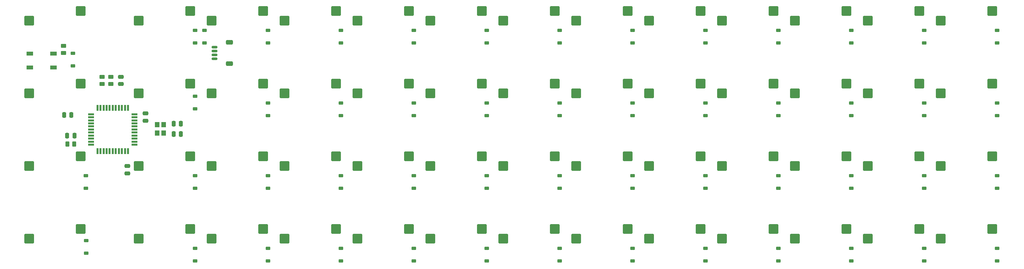
<source format=gbr>
%TF.GenerationSoftware,KiCad,Pcbnew,7.0.1-0*%
%TF.CreationDate,2023-08-02T22:09:24-05:00*%
%TF.ProjectId,pcb,7063622e-6b69-4636-9164-5f7063625858,rev?*%
%TF.SameCoordinates,Original*%
%TF.FileFunction,Paste,Bot*%
%TF.FilePolarity,Positive*%
%FSLAX46Y46*%
G04 Gerber Fmt 4.6, Leading zero omitted, Abs format (unit mm)*
G04 Created by KiCad (PCBNEW 7.0.1-0) date 2023-08-02 22:09:24*
%MOMM*%
%LPD*%
G01*
G04 APERTURE LIST*
G04 Aperture macros list*
%AMRoundRect*
0 Rectangle with rounded corners*
0 $1 Rounding radius*
0 $2 $3 $4 $5 $6 $7 $8 $9 X,Y pos of 4 corners*
0 Add a 4 corners polygon primitive as box body*
4,1,4,$2,$3,$4,$5,$6,$7,$8,$9,$2,$3,0*
0 Add four circle primitives for the rounded corners*
1,1,$1+$1,$2,$3*
1,1,$1+$1,$4,$5*
1,1,$1+$1,$6,$7*
1,1,$1+$1,$8,$9*
0 Add four rect primitives between the rounded corners*
20,1,$1+$1,$2,$3,$4,$5,0*
20,1,$1+$1,$4,$5,$6,$7,0*
20,1,$1+$1,$6,$7,$8,$9,0*
20,1,$1+$1,$8,$9,$2,$3,0*%
G04 Aperture macros list end*
%ADD10RoundRect,0.225000X0.375000X-0.225000X0.375000X0.225000X-0.375000X0.225000X-0.375000X-0.225000X0*%
%ADD11RoundRect,0.250000X-0.475000X0.250000X-0.475000X-0.250000X0.475000X-0.250000X0.475000X0.250000X0*%
%ADD12RoundRect,0.250000X-0.450000X0.262500X-0.450000X-0.262500X0.450000X-0.262500X0.450000X0.262500X0*%
%ADD13RoundRect,0.250000X1.025000X1.000000X-1.025000X1.000000X-1.025000X-1.000000X1.025000X-1.000000X0*%
%ADD14RoundRect,0.250000X-0.250000X-0.475000X0.250000X-0.475000X0.250000X0.475000X-0.250000X0.475000X0*%
%ADD15RoundRect,0.250000X0.450000X-0.262500X0.450000X0.262500X-0.450000X0.262500X-0.450000X-0.262500X0*%
%ADD16RoundRect,0.250000X0.250000X0.475000X-0.250000X0.475000X-0.250000X-0.475000X0.250000X-0.475000X0*%
%ADD17R,1.200000X1.400000*%
%ADD18RoundRect,0.250000X0.475000X-0.250000X0.475000X0.250000X-0.475000X0.250000X-0.475000X-0.250000X0*%
%ADD19RoundRect,0.150000X-0.625000X0.150000X-0.625000X-0.150000X0.625000X-0.150000X0.625000X0.150000X0*%
%ADD20RoundRect,0.250000X-0.650000X0.350000X-0.650000X-0.350000X0.650000X-0.350000X0.650000X0.350000X0*%
%ADD21RoundRect,0.250000X-0.262500X-0.450000X0.262500X-0.450000X0.262500X0.450000X-0.262500X0.450000X0*%
%ADD22R,0.550000X1.500000*%
%ADD23R,1.500000X0.550000*%
%ADD24R,1.800000X1.100000*%
G04 APERTURE END LIST*
D10*
%TO.C,D7*%
X163368756Y-33075000D03*
X163368756Y-29775000D03*
%TD*%
D11*
%TO.C,C4*%
X55175000Y-51550000D03*
X55175000Y-53450000D03*
%TD*%
D12*
%TO.C,RSW1*%
X33737496Y-33837500D03*
X33737496Y-35662500D03*
%TD*%
D10*
%TO.C,D8*%
X182418756Y-33075000D03*
X182418756Y-29775000D03*
%TD*%
%TO.C,D14*%
X36187496Y-39050000D03*
X36187496Y-35750000D03*
%TD*%
D13*
%TO.C,MX42*%
X72411942Y-84375698D03*
X85861942Y-81835698D03*
%TD*%
D10*
%TO.C,D35*%
X201468756Y-71200000D03*
X201468756Y-67900000D03*
%TD*%
%TO.C,D11*%
X239568756Y-33075000D03*
X239568756Y-29775000D03*
%TD*%
D12*
%TO.C,R3*%
X46075000Y-41962500D03*
X46075000Y-43787500D03*
%TD*%
D13*
%TO.C,MX9*%
X186712038Y-27225650D03*
X200162038Y-24685650D03*
%TD*%
%TO.C,MX3*%
X72411942Y-27225650D03*
X85861942Y-24685650D03*
%TD*%
D10*
%TO.C,D39*%
X277700000Y-71200000D03*
X277700000Y-67900000D03*
%TD*%
D13*
%TO.C,MX41*%
X53361926Y-84375698D03*
X66811926Y-81835698D03*
%TD*%
%TO.C,MX25*%
X243862086Y-46275666D03*
X257312086Y-43735666D03*
%TD*%
%TO.C,MX22*%
X186712038Y-46275666D03*
X200162038Y-43735666D03*
%TD*%
%TO.C,MX49*%
X205762054Y-84375698D03*
X219212054Y-81835698D03*
%TD*%
D10*
%TO.C,D46*%
X163368756Y-90200000D03*
X163368756Y-86900000D03*
%TD*%
%TO.C,D40*%
X39662496Y-88200000D03*
X39662496Y-84900000D03*
%TD*%
D13*
%TO.C,MX10*%
X205762054Y-27225650D03*
X219212054Y-24685650D03*
%TD*%
D14*
%TO.C,CX1*%
X62500000Y-54200000D03*
X64400000Y-54200000D03*
%TD*%
D15*
%TO.C,R2*%
X43775000Y-43787500D03*
X43775000Y-41962500D03*
%TD*%
D16*
%TO.C,C1*%
X35787496Y-51925000D03*
X33887496Y-51925000D03*
%TD*%
D10*
%TO.C,D4*%
X106218756Y-33075000D03*
X106218756Y-29775000D03*
%TD*%
D17*
%TO.C,Y1*%
X59900000Y-54475000D03*
X59900000Y-56675000D03*
X58200000Y-56675000D03*
X58200000Y-54475000D03*
%TD*%
D16*
%TO.C,C2*%
X36600000Y-57375000D03*
X34700000Y-57375000D03*
%TD*%
D13*
%TO.C,MX19*%
X129561990Y-46275666D03*
X143011990Y-43735666D03*
%TD*%
D10*
%TO.C,D29*%
X87168756Y-71200000D03*
X87168756Y-67900000D03*
%TD*%
D13*
%TO.C,MX21*%
X167662022Y-46275666D03*
X181112022Y-43735666D03*
%TD*%
D10*
%TO.C,D24*%
X239568756Y-52125000D03*
X239568756Y-48825000D03*
%TD*%
%TO.C,D31*%
X125268756Y-71200000D03*
X125268756Y-67900000D03*
%TD*%
%TO.C,D45*%
X144318756Y-90200000D03*
X144318756Y-86900000D03*
%TD*%
%TO.C,D16*%
X87168756Y-52125000D03*
X87168756Y-48825000D03*
%TD*%
%TO.C,D41*%
X68118756Y-90200000D03*
X68118756Y-86900000D03*
%TD*%
D13*
%TO.C,MX16*%
X72411942Y-46275666D03*
X85861942Y-43735666D03*
%TD*%
D10*
%TO.C,D13*%
X277675000Y-33075000D03*
X277675000Y-29775000D03*
%TD*%
D13*
%TO.C,MX32*%
X129561990Y-65325682D03*
X143011990Y-62785682D03*
%TD*%
D10*
%TO.C,D49*%
X220518756Y-90200000D03*
X220518756Y-86900000D03*
%TD*%
D13*
%TO.C,MX8*%
X167662022Y-27225650D03*
X181112022Y-24685650D03*
%TD*%
D10*
%TO.C,D51*%
X258625000Y-90200000D03*
X258625000Y-86900000D03*
%TD*%
%TO.C,D50*%
X239568756Y-90200000D03*
X239568756Y-86900000D03*
%TD*%
D18*
%TO.C,C5*%
X48700000Y-43825000D03*
X48700000Y-41925000D03*
%TD*%
D10*
%TO.C,D52*%
X277668748Y-90200000D03*
X277668748Y-86900000D03*
%TD*%
D13*
%TO.C,MX33*%
X148612006Y-65325682D03*
X162062006Y-62785682D03*
%TD*%
D10*
%TO.C,D37*%
X239568756Y-71200000D03*
X239568756Y-67900000D03*
%TD*%
%TO.C,D3*%
X87168756Y-33075000D03*
X87168756Y-29775000D03*
%TD*%
D11*
%TO.C,C3*%
X50450000Y-65350000D03*
X50450000Y-67250000D03*
%TD*%
D13*
%TO.C,MX37*%
X224812070Y-65325682D03*
X238262070Y-62785682D03*
%TD*%
D10*
%TO.C,D18*%
X125268756Y-52125000D03*
X125268756Y-48825000D03*
%TD*%
%TO.C,D28*%
X68118756Y-71200000D03*
X68118756Y-67900000D03*
%TD*%
D13*
%TO.C,MX34*%
X167662022Y-65325682D03*
X181112022Y-62785682D03*
%TD*%
%TO.C,MX28*%
X53361926Y-65325682D03*
X66811926Y-62785682D03*
%TD*%
%TO.C,MX47*%
X167662022Y-84375698D03*
X181112022Y-81835698D03*
%TD*%
D10*
%TO.C,D32*%
X144318756Y-71200000D03*
X144318756Y-67900000D03*
%TD*%
D13*
%TO.C,MX45*%
X129561990Y-84375698D03*
X143011990Y-81835698D03*
%TD*%
D10*
%TO.C,D5*%
X125268756Y-33075000D03*
X125268756Y-29775000D03*
%TD*%
D13*
%TO.C,MX4*%
X91461958Y-27225650D03*
X104911958Y-24685650D03*
%TD*%
D10*
%TO.C,D27*%
X39543748Y-71200000D03*
X39543748Y-67900000D03*
%TD*%
D13*
%TO.C,MX29*%
X72411942Y-65325682D03*
X85861942Y-62785682D03*
%TD*%
%TO.C,MX7*%
X148612006Y-27225650D03*
X162062006Y-24685650D03*
%TD*%
D10*
%TO.C,D48*%
X201468756Y-90200000D03*
X201468756Y-86900000D03*
%TD*%
%TO.C,D34*%
X182418756Y-71200000D03*
X182418756Y-67900000D03*
%TD*%
D13*
%TO.C,MX18*%
X110511974Y-46275666D03*
X123961974Y-43735666D03*
%TD*%
D10*
%TO.C,D20*%
X163368756Y-52125000D03*
X163368756Y-48825000D03*
%TD*%
D13*
%TO.C,MX39*%
X262912102Y-65325682D03*
X276362102Y-62785682D03*
%TD*%
D19*
%TO.C,J3*%
X73175000Y-34175000D03*
X73175000Y-35175000D03*
X73175000Y-36175000D03*
X73175000Y-37175000D03*
D20*
X77050000Y-32875000D03*
X77050000Y-38475000D03*
%TD*%
D13*
%TO.C,MX24*%
X224812070Y-46275666D03*
X238262070Y-43735666D03*
%TD*%
D10*
%TO.C,D19*%
X144318756Y-52125000D03*
X144318756Y-48825000D03*
%TD*%
D13*
%TO.C,MX43*%
X91461958Y-84375698D03*
X104911958Y-81835698D03*
%TD*%
%TO.C,MX13*%
X262912102Y-27225650D03*
X276362102Y-24685650D03*
%TD*%
%TO.C,MX6*%
X129561990Y-27225650D03*
X143011990Y-24685650D03*
%TD*%
%TO.C,MX36*%
X205762054Y-65325682D03*
X219212054Y-62785682D03*
%TD*%
D21*
%TO.C,R1*%
X34737500Y-59575000D03*
X36562500Y-59575000D03*
%TD*%
D10*
%TO.C,D6*%
X144318756Y-33075000D03*
X144318756Y-29775000D03*
%TD*%
D13*
%TO.C,MX30*%
X91461958Y-65325682D03*
X104911958Y-62785682D03*
%TD*%
D10*
%TO.C,D12*%
X258625000Y-33075000D03*
X258625000Y-29775000D03*
%TD*%
%TO.C,D30*%
X106218756Y-71200000D03*
X106218756Y-67900000D03*
%TD*%
%TO.C,D2*%
X68113756Y-33075000D03*
X68113756Y-29775000D03*
%TD*%
D14*
%TO.C,CX2*%
X62500000Y-56900000D03*
X64400000Y-56900000D03*
%TD*%
D13*
%TO.C,MX35*%
X186712038Y-65325682D03*
X200162038Y-62785682D03*
%TD*%
%TO.C,MX15*%
X53361926Y-46275666D03*
X66811926Y-43735666D03*
%TD*%
%TO.C,MX48*%
X186712038Y-84375698D03*
X200162038Y-81835698D03*
%TD*%
D10*
%TO.C,D33*%
X163368756Y-71200000D03*
X163368756Y-67900000D03*
%TD*%
D13*
%TO.C,MX31*%
X110511974Y-65325682D03*
X123961974Y-62785682D03*
%TD*%
D10*
%TO.C,D22*%
X201468756Y-52125000D03*
X201468756Y-48825000D03*
%TD*%
D13*
%TO.C,MX17*%
X91461958Y-46275666D03*
X104911958Y-43735666D03*
%TD*%
D10*
%TO.C,D36*%
X220518756Y-71200000D03*
X220518756Y-67900000D03*
%TD*%
D13*
%TO.C,MX51*%
X243862086Y-84375698D03*
X257312086Y-81835698D03*
%TD*%
D22*
%TO.C,U1*%
X42600000Y-50050000D03*
X43400000Y-50050000D03*
X44200000Y-50050000D03*
X45000000Y-50050000D03*
X45800000Y-50050000D03*
X46600000Y-50050000D03*
X47400000Y-50050000D03*
X48200000Y-50050000D03*
X49000000Y-50050000D03*
X49800000Y-50050000D03*
X50600000Y-50050000D03*
D23*
X52300000Y-51750000D03*
X52300000Y-52550000D03*
X52300000Y-53350000D03*
X52300000Y-54150000D03*
X52300000Y-54950000D03*
X52300000Y-55750000D03*
X52300000Y-56550000D03*
X52300000Y-57350000D03*
X52300000Y-58150000D03*
X52300000Y-58950000D03*
X52300000Y-59750000D03*
D22*
X50600000Y-61450000D03*
X49800000Y-61450000D03*
X49000000Y-61450000D03*
X48200000Y-61450000D03*
X47400000Y-61450000D03*
X46600000Y-61450000D03*
X45800000Y-61450000D03*
X45000000Y-61450000D03*
X44200000Y-61450000D03*
X43400000Y-61450000D03*
X42600000Y-61450000D03*
D23*
X40900000Y-59750000D03*
X40900000Y-58950000D03*
X40900000Y-58150000D03*
X40900000Y-57350000D03*
X40900000Y-56550000D03*
X40900000Y-55750000D03*
X40900000Y-54950000D03*
X40900000Y-54150000D03*
X40900000Y-53350000D03*
X40900000Y-52550000D03*
X40900000Y-51750000D03*
%TD*%
D13*
%TO.C,MX44*%
X110511974Y-84375698D03*
X123961974Y-81835698D03*
%TD*%
%TO.C,MX27*%
X24786902Y-65325682D03*
X38236902Y-62785682D03*
%TD*%
%TO.C,MX40*%
X24786902Y-84375698D03*
X38236902Y-81835698D03*
%TD*%
%TO.C,MX12*%
X243862086Y-27225650D03*
X257312086Y-24685650D03*
%TD*%
D10*
%TO.C,D43*%
X106218756Y-90200000D03*
X106218756Y-86900000D03*
%TD*%
%TO.C,D47*%
X182418756Y-90200000D03*
X182418756Y-86900000D03*
%TD*%
D13*
%TO.C,MX11*%
X224812070Y-27225650D03*
X238262070Y-24685650D03*
%TD*%
D10*
%TO.C,D9*%
X201468756Y-33075000D03*
X201468756Y-29775000D03*
%TD*%
D13*
%TO.C,MX23*%
X205762054Y-46275666D03*
X219212054Y-43735666D03*
%TD*%
%TO.C,MX52*%
X262912102Y-84375698D03*
X276362102Y-81835698D03*
%TD*%
D10*
%TO.C,D1*%
X70575000Y-33052500D03*
X70575000Y-29752500D03*
%TD*%
%TO.C,D21*%
X182418756Y-52125000D03*
X182418756Y-48825000D03*
%TD*%
D13*
%TO.C,MX2*%
X53361926Y-27225650D03*
X66811926Y-24685650D03*
%TD*%
%TO.C,MX50*%
X224812070Y-84375698D03*
X238262070Y-81835698D03*
%TD*%
D10*
%TO.C,D38*%
X258618756Y-71200000D03*
X258618756Y-67900000D03*
%TD*%
D13*
%TO.C,MX20*%
X148612006Y-46275666D03*
X162062006Y-43735666D03*
%TD*%
%TO.C,MX26*%
X262912102Y-46275666D03*
X276362102Y-43735666D03*
%TD*%
D10*
%TO.C,D15*%
X68118756Y-50375000D03*
X68118756Y-47075000D03*
%TD*%
D13*
%TO.C,MX1*%
X24786902Y-27225650D03*
X38236902Y-24685650D03*
%TD*%
D24*
%TO.C,SW1*%
X24912496Y-39525000D03*
X31112496Y-35825000D03*
X24912496Y-35825000D03*
X31112496Y-39525000D03*
%TD*%
D10*
%TO.C,D23*%
X220518756Y-52125000D03*
X220518756Y-48825000D03*
%TD*%
%TO.C,D25*%
X258625000Y-52125000D03*
X258625000Y-48825000D03*
%TD*%
%TO.C,D42*%
X87168756Y-90200000D03*
X87168756Y-86900000D03*
%TD*%
%TO.C,D26*%
X277675000Y-52125000D03*
X277675000Y-48825000D03*
%TD*%
D13*
%TO.C,MX38*%
X243862086Y-65325682D03*
X257312086Y-62785682D03*
%TD*%
D10*
%TO.C,D10*%
X220518756Y-33075000D03*
X220518756Y-29775000D03*
%TD*%
D13*
%TO.C,MX5*%
X110511974Y-27225650D03*
X123961974Y-24685650D03*
%TD*%
D10*
%TO.C,D44*%
X125268756Y-90200000D03*
X125268756Y-86900000D03*
%TD*%
%TO.C,D17*%
X106218756Y-52125000D03*
X106218756Y-48825000D03*
%TD*%
D13*
%TO.C,MX46*%
X148612006Y-84375698D03*
X162062006Y-81835698D03*
%TD*%
%TO.C,MX14*%
X24786902Y-46275666D03*
X38236902Y-43735666D03*
%TD*%
M02*

</source>
